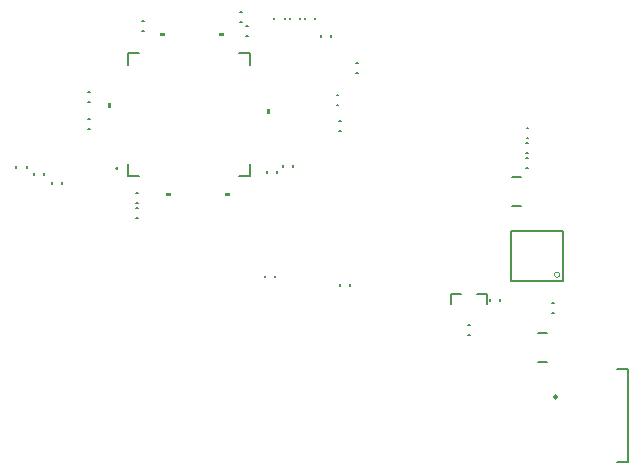
<source format=gbo>
G04*
G04 #@! TF.GenerationSoftware,Altium Limited,Altium Designer,19.0.5 (141)*
G04*
G04 Layer_Color=32896*
%FSLAX25Y25*%
%MOIN*%
G70*
G01*
G75*
%ADD10C,0.00750*%
%ADD51C,0.00000*%
%ADD52C,0.00984*%
%ADD53C,0.00787*%
%ADD54C,0.00500*%
%ADD55C,0.00600*%
G36*
X589082Y206905D02*
X587582D01*
Y205905D01*
X589082D01*
Y206905D01*
D02*
G37*
G36*
X569171Y235158D02*
X568171D01*
Y236658D01*
X569171D01*
Y235158D01*
D02*
G37*
G36*
X587113Y259005D02*
X585613D01*
Y260005D01*
X587113D01*
Y259005D01*
D02*
G37*
G36*
X608767Y206905D02*
X607267D01*
Y205905D01*
X608767D01*
Y206905D01*
D02*
G37*
G36*
X621271Y233189D02*
X622271D01*
Y234689D01*
X621271D01*
Y233189D01*
D02*
G37*
G36*
X606798Y259005D02*
X605298D01*
Y260005D01*
X606798D01*
Y259005D01*
D02*
G37*
D10*
X645313Y227462D02*
X645904D01*
X645313Y230809D02*
X645904D01*
X628775Y264640D02*
Y265231D01*
X632121Y264640D02*
Y265231D01*
X633875Y264640D02*
Y265231D01*
X637221Y264640D02*
Y265231D01*
X623675Y264640D02*
Y265231D01*
X627021Y264640D02*
Y265231D01*
X639175Y258790D02*
Y259381D01*
X642521Y258790D02*
Y259381D01*
X650953Y250209D02*
X651543D01*
X650953Y246862D02*
X651543D01*
X644353Y239509D02*
X644943D01*
X644353Y236162D02*
X644943D01*
X648821Y175740D02*
Y176331D01*
X645475Y175740D02*
Y176331D01*
X623821Y178590D02*
Y179181D01*
X620475Y178590D02*
Y179181D01*
X577653Y198562D02*
X578243D01*
X577653Y201909D02*
X578243D01*
X552776Y209740D02*
Y210331D01*
X549429Y209740D02*
Y210331D01*
X546721Y212717D02*
Y213307D01*
X543375Y212717D02*
Y213307D01*
X541021Y215110D02*
Y215700D01*
X537675Y215110D02*
Y215700D01*
X707753Y228309D02*
X708343D01*
X707753Y224962D02*
X708343D01*
X716190Y166677D02*
X716781D01*
X716190Y170024D02*
X716781D01*
X614190Y259032D02*
X614780D01*
X614190Y262378D02*
X614780D01*
X695618Y170715D02*
Y171305D01*
X698965Y170715D02*
Y171305D01*
X561447Y237172D02*
X562038D01*
X561447Y240518D02*
X562038D01*
X561447Y231309D02*
X562038D01*
X561447Y227962D02*
X562038D01*
X707672Y223396D02*
X708263D01*
X707672Y220050D02*
X708263D01*
X707672Y215195D02*
X708263D01*
X707672Y218542D02*
X708263D01*
X579599Y263978D02*
X580190D01*
X579599Y260632D02*
X580190D01*
X577631Y203332D02*
X578221D01*
X577631Y206678D02*
X578221D01*
X612221Y263750D02*
X612812D01*
X612221Y267097D02*
X612812D01*
X626369Y215364D02*
Y215955D01*
X629716Y215364D02*
Y215955D01*
X621207Y213396D02*
Y213986D01*
X624553Y213396D02*
Y213986D01*
X688201Y159418D02*
X688791D01*
X688201Y162764D02*
X688791D01*
D51*
X718782Y179528D02*
G03*
X718782Y179528I-880J0D01*
G01*
D52*
X717862Y138770D02*
G03*
X717862Y138770I-492J0D01*
G01*
X571150Y214873D02*
G03*
X571150Y214873I253J-422D01*
G01*
D53*
X711465Y160236D02*
X714614Y160236D01*
X711465Y150394D02*
X714614Y150394D01*
X702773Y202314D02*
X705923Y202314D01*
X702773Y212157D02*
X705923Y212157D01*
X741386Y116920D02*
Y148022D01*
X737744Y116920D02*
X741386D01*
X737744Y148120D02*
X741386D01*
X694402Y169829D02*
Y172979D01*
X691252D02*
X694402D01*
X682590Y169829D02*
Y172979D01*
X685740D01*
D54*
X702547Y177559D02*
X719870D01*
X702547D02*
Y194095D01*
X719870D01*
Y177559D02*
Y194095D01*
D55*
X574821Y212555D02*
X578598D01*
X615621D02*
Y216331D01*
X574821Y253355D02*
X578598D01*
X615621Y249579D02*
Y253355D01*
X611845Y212555D02*
X615621D01*
X574821D02*
Y216331D01*
Y249579D02*
Y253355D01*
X611845D02*
X615621D01*
M02*

</source>
